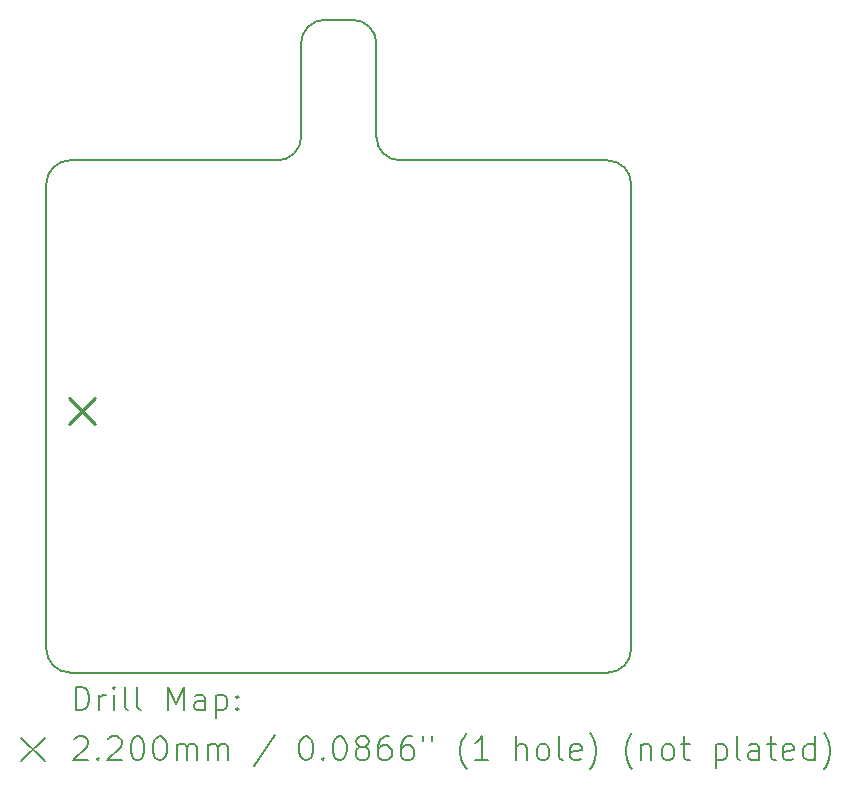
<source format=gbr>
%TF.GenerationSoftware,KiCad,Pcbnew,(6.0.9)*%
%TF.CreationDate,2022-11-21T10:54:18+01:00*%
%TF.ProjectId,IO Board,494f2042-6f61-4726-942e-6b696361645f,rev?*%
%TF.SameCoordinates,Original*%
%TF.FileFunction,Drillmap*%
%TF.FilePolarity,Positive*%
%FSLAX45Y45*%
G04 Gerber Fmt 4.5, Leading zero omitted, Abs format (unit mm)*
G04 Created by KiCad (PCBNEW (6.0.9)) date 2022-11-21 10:54:18*
%MOMM*%
%LPD*%
G01*
G04 APERTURE LIST*
%ADD10C,0.200000*%
%ADD11C,0.220000*%
G04 APERTURE END LIST*
D10*
X24040110Y-7011620D02*
G75*
G03*
X23840112Y-6811620I-200000J0D01*
G01*
X19287787Y-6811617D02*
G75*
G03*
X19087787Y-7011620I3J-200003D01*
G01*
X21882760Y-6611620D02*
X21882760Y-5821620D01*
X21882760Y-6611620D02*
G75*
G03*
X22082760Y-6811620I200000J0D01*
G01*
X19287787Y-11148042D02*
X23840112Y-11148042D01*
X21045139Y-6811619D02*
G75*
G03*
X21245139Y-6611620I1J199999D01*
G01*
X24040112Y-10948042D02*
X24040112Y-7011620D01*
X21045139Y-6811620D02*
X19287787Y-6811620D01*
X19087788Y-10948042D02*
G75*
G03*
X19287787Y-11148042I200002J2D01*
G01*
X19087787Y-7011620D02*
X19087787Y-10948042D01*
X23840112Y-6811620D02*
X22082760Y-6811620D01*
X21882760Y-5821620D02*
G75*
G03*
X21682760Y-5621620I-200000J0D01*
G01*
X21682760Y-5621620D02*
X21445139Y-5621620D01*
X21445139Y-5621619D02*
G75*
G03*
X21245139Y-5821620I1J-200001D01*
G01*
X21245139Y-5821620D02*
X21245139Y-6611620D01*
X23840112Y-11148042D02*
G75*
G03*
X24040112Y-10948042I-2J200002D01*
G01*
D11*
X19282237Y-8819803D02*
X19502237Y-9039803D01*
X19502237Y-8819803D02*
X19282237Y-9039803D01*
D10*
X19335406Y-11468518D02*
X19335406Y-11268518D01*
X19383025Y-11268518D01*
X19411597Y-11278042D01*
X19430644Y-11297089D01*
X19440168Y-11316137D01*
X19449692Y-11354232D01*
X19449692Y-11382804D01*
X19440168Y-11420899D01*
X19430644Y-11439946D01*
X19411597Y-11458994D01*
X19383025Y-11468518D01*
X19335406Y-11468518D01*
X19535406Y-11468518D02*
X19535406Y-11335184D01*
X19535406Y-11373280D02*
X19544930Y-11354232D01*
X19554454Y-11344708D01*
X19573501Y-11335184D01*
X19592549Y-11335184D01*
X19659216Y-11468518D02*
X19659216Y-11335184D01*
X19659216Y-11268518D02*
X19649692Y-11278042D01*
X19659216Y-11287565D01*
X19668739Y-11278042D01*
X19659216Y-11268518D01*
X19659216Y-11287565D01*
X19783025Y-11468518D02*
X19763977Y-11458994D01*
X19754454Y-11439946D01*
X19754454Y-11268518D01*
X19887787Y-11468518D02*
X19868739Y-11458994D01*
X19859216Y-11439946D01*
X19859216Y-11268518D01*
X20116358Y-11468518D02*
X20116358Y-11268518D01*
X20183025Y-11411375D01*
X20249692Y-11268518D01*
X20249692Y-11468518D01*
X20430644Y-11468518D02*
X20430644Y-11363756D01*
X20421120Y-11344708D01*
X20402073Y-11335184D01*
X20363977Y-11335184D01*
X20344930Y-11344708D01*
X20430644Y-11458994D02*
X20411597Y-11468518D01*
X20363977Y-11468518D01*
X20344930Y-11458994D01*
X20335406Y-11439946D01*
X20335406Y-11420899D01*
X20344930Y-11401851D01*
X20363977Y-11392327D01*
X20411597Y-11392327D01*
X20430644Y-11382804D01*
X20525882Y-11335184D02*
X20525882Y-11535184D01*
X20525882Y-11344708D02*
X20544930Y-11335184D01*
X20583025Y-11335184D01*
X20602073Y-11344708D01*
X20611597Y-11354232D01*
X20621120Y-11373280D01*
X20621120Y-11430423D01*
X20611597Y-11449470D01*
X20602073Y-11458994D01*
X20583025Y-11468518D01*
X20544930Y-11468518D01*
X20525882Y-11458994D01*
X20706835Y-11449470D02*
X20716358Y-11458994D01*
X20706835Y-11468518D01*
X20697311Y-11458994D01*
X20706835Y-11449470D01*
X20706835Y-11468518D01*
X20706835Y-11344708D02*
X20716358Y-11354232D01*
X20706835Y-11363756D01*
X20697311Y-11354232D01*
X20706835Y-11344708D01*
X20706835Y-11363756D01*
X18877787Y-11698042D02*
X19077787Y-11898042D01*
X19077787Y-11698042D02*
X18877787Y-11898042D01*
X19325882Y-11707565D02*
X19335406Y-11698042D01*
X19354454Y-11688518D01*
X19402073Y-11688518D01*
X19421120Y-11698042D01*
X19430644Y-11707565D01*
X19440168Y-11726613D01*
X19440168Y-11745661D01*
X19430644Y-11774232D01*
X19316358Y-11888518D01*
X19440168Y-11888518D01*
X19525882Y-11869470D02*
X19535406Y-11878994D01*
X19525882Y-11888518D01*
X19516358Y-11878994D01*
X19525882Y-11869470D01*
X19525882Y-11888518D01*
X19611597Y-11707565D02*
X19621120Y-11698042D01*
X19640168Y-11688518D01*
X19687787Y-11688518D01*
X19706835Y-11698042D01*
X19716358Y-11707565D01*
X19725882Y-11726613D01*
X19725882Y-11745661D01*
X19716358Y-11774232D01*
X19602073Y-11888518D01*
X19725882Y-11888518D01*
X19849692Y-11688518D02*
X19868739Y-11688518D01*
X19887787Y-11698042D01*
X19897311Y-11707565D01*
X19906835Y-11726613D01*
X19916358Y-11764708D01*
X19916358Y-11812327D01*
X19906835Y-11850423D01*
X19897311Y-11869470D01*
X19887787Y-11878994D01*
X19868739Y-11888518D01*
X19849692Y-11888518D01*
X19830644Y-11878994D01*
X19821120Y-11869470D01*
X19811597Y-11850423D01*
X19802073Y-11812327D01*
X19802073Y-11764708D01*
X19811597Y-11726613D01*
X19821120Y-11707565D01*
X19830644Y-11698042D01*
X19849692Y-11688518D01*
X20040168Y-11688518D02*
X20059216Y-11688518D01*
X20078263Y-11698042D01*
X20087787Y-11707565D01*
X20097311Y-11726613D01*
X20106835Y-11764708D01*
X20106835Y-11812327D01*
X20097311Y-11850423D01*
X20087787Y-11869470D01*
X20078263Y-11878994D01*
X20059216Y-11888518D01*
X20040168Y-11888518D01*
X20021120Y-11878994D01*
X20011597Y-11869470D01*
X20002073Y-11850423D01*
X19992549Y-11812327D01*
X19992549Y-11764708D01*
X20002073Y-11726613D01*
X20011597Y-11707565D01*
X20021120Y-11698042D01*
X20040168Y-11688518D01*
X20192549Y-11888518D02*
X20192549Y-11755184D01*
X20192549Y-11774232D02*
X20202073Y-11764708D01*
X20221120Y-11755184D01*
X20249692Y-11755184D01*
X20268739Y-11764708D01*
X20278263Y-11783756D01*
X20278263Y-11888518D01*
X20278263Y-11783756D02*
X20287787Y-11764708D01*
X20306835Y-11755184D01*
X20335406Y-11755184D01*
X20354454Y-11764708D01*
X20363977Y-11783756D01*
X20363977Y-11888518D01*
X20459216Y-11888518D02*
X20459216Y-11755184D01*
X20459216Y-11774232D02*
X20468739Y-11764708D01*
X20487787Y-11755184D01*
X20516358Y-11755184D01*
X20535406Y-11764708D01*
X20544930Y-11783756D01*
X20544930Y-11888518D01*
X20544930Y-11783756D02*
X20554454Y-11764708D01*
X20573501Y-11755184D01*
X20602073Y-11755184D01*
X20621120Y-11764708D01*
X20630644Y-11783756D01*
X20630644Y-11888518D01*
X21021120Y-11678994D02*
X20849692Y-11936137D01*
X21278263Y-11688518D02*
X21297311Y-11688518D01*
X21316358Y-11698042D01*
X21325882Y-11707565D01*
X21335406Y-11726613D01*
X21344930Y-11764708D01*
X21344930Y-11812327D01*
X21335406Y-11850423D01*
X21325882Y-11869470D01*
X21316358Y-11878994D01*
X21297311Y-11888518D01*
X21278263Y-11888518D01*
X21259216Y-11878994D01*
X21249692Y-11869470D01*
X21240168Y-11850423D01*
X21230644Y-11812327D01*
X21230644Y-11764708D01*
X21240168Y-11726613D01*
X21249692Y-11707565D01*
X21259216Y-11698042D01*
X21278263Y-11688518D01*
X21430644Y-11869470D02*
X21440168Y-11878994D01*
X21430644Y-11888518D01*
X21421120Y-11878994D01*
X21430644Y-11869470D01*
X21430644Y-11888518D01*
X21563977Y-11688518D02*
X21583025Y-11688518D01*
X21602073Y-11698042D01*
X21611597Y-11707565D01*
X21621120Y-11726613D01*
X21630644Y-11764708D01*
X21630644Y-11812327D01*
X21621120Y-11850423D01*
X21611597Y-11869470D01*
X21602073Y-11878994D01*
X21583025Y-11888518D01*
X21563977Y-11888518D01*
X21544930Y-11878994D01*
X21535406Y-11869470D01*
X21525882Y-11850423D01*
X21516358Y-11812327D01*
X21516358Y-11764708D01*
X21525882Y-11726613D01*
X21535406Y-11707565D01*
X21544930Y-11698042D01*
X21563977Y-11688518D01*
X21744930Y-11774232D02*
X21725882Y-11764708D01*
X21716358Y-11755184D01*
X21706835Y-11736137D01*
X21706835Y-11726613D01*
X21716358Y-11707565D01*
X21725882Y-11698042D01*
X21744930Y-11688518D01*
X21783025Y-11688518D01*
X21802073Y-11698042D01*
X21811597Y-11707565D01*
X21821120Y-11726613D01*
X21821120Y-11736137D01*
X21811597Y-11755184D01*
X21802073Y-11764708D01*
X21783025Y-11774232D01*
X21744930Y-11774232D01*
X21725882Y-11783756D01*
X21716358Y-11793280D01*
X21706835Y-11812327D01*
X21706835Y-11850423D01*
X21716358Y-11869470D01*
X21725882Y-11878994D01*
X21744930Y-11888518D01*
X21783025Y-11888518D01*
X21802073Y-11878994D01*
X21811597Y-11869470D01*
X21821120Y-11850423D01*
X21821120Y-11812327D01*
X21811597Y-11793280D01*
X21802073Y-11783756D01*
X21783025Y-11774232D01*
X21992549Y-11688518D02*
X21954454Y-11688518D01*
X21935406Y-11698042D01*
X21925882Y-11707565D01*
X21906835Y-11736137D01*
X21897311Y-11774232D01*
X21897311Y-11850423D01*
X21906835Y-11869470D01*
X21916358Y-11878994D01*
X21935406Y-11888518D01*
X21973501Y-11888518D01*
X21992549Y-11878994D01*
X22002073Y-11869470D01*
X22011597Y-11850423D01*
X22011597Y-11802804D01*
X22002073Y-11783756D01*
X21992549Y-11774232D01*
X21973501Y-11764708D01*
X21935406Y-11764708D01*
X21916358Y-11774232D01*
X21906835Y-11783756D01*
X21897311Y-11802804D01*
X22183025Y-11688518D02*
X22144930Y-11688518D01*
X22125882Y-11698042D01*
X22116358Y-11707565D01*
X22097311Y-11736137D01*
X22087787Y-11774232D01*
X22087787Y-11850423D01*
X22097311Y-11869470D01*
X22106835Y-11878994D01*
X22125882Y-11888518D01*
X22163977Y-11888518D01*
X22183025Y-11878994D01*
X22192549Y-11869470D01*
X22202073Y-11850423D01*
X22202073Y-11802804D01*
X22192549Y-11783756D01*
X22183025Y-11774232D01*
X22163977Y-11764708D01*
X22125882Y-11764708D01*
X22106835Y-11774232D01*
X22097311Y-11783756D01*
X22087787Y-11802804D01*
X22278263Y-11688518D02*
X22278263Y-11726613D01*
X22354454Y-11688518D02*
X22354454Y-11726613D01*
X22649692Y-11964708D02*
X22640168Y-11955184D01*
X22621120Y-11926613D01*
X22611596Y-11907565D01*
X22602073Y-11878994D01*
X22592549Y-11831375D01*
X22592549Y-11793280D01*
X22602073Y-11745661D01*
X22611596Y-11717089D01*
X22621120Y-11698042D01*
X22640168Y-11669470D01*
X22649692Y-11659946D01*
X22830644Y-11888518D02*
X22716358Y-11888518D01*
X22773501Y-11888518D02*
X22773501Y-11688518D01*
X22754454Y-11717089D01*
X22735406Y-11736137D01*
X22716358Y-11745661D01*
X23068739Y-11888518D02*
X23068739Y-11688518D01*
X23154454Y-11888518D02*
X23154454Y-11783756D01*
X23144930Y-11764708D01*
X23125882Y-11755184D01*
X23097311Y-11755184D01*
X23078263Y-11764708D01*
X23068739Y-11774232D01*
X23278263Y-11888518D02*
X23259215Y-11878994D01*
X23249692Y-11869470D01*
X23240168Y-11850423D01*
X23240168Y-11793280D01*
X23249692Y-11774232D01*
X23259215Y-11764708D01*
X23278263Y-11755184D01*
X23306835Y-11755184D01*
X23325882Y-11764708D01*
X23335406Y-11774232D01*
X23344930Y-11793280D01*
X23344930Y-11850423D01*
X23335406Y-11869470D01*
X23325882Y-11878994D01*
X23306835Y-11888518D01*
X23278263Y-11888518D01*
X23459215Y-11888518D02*
X23440168Y-11878994D01*
X23430644Y-11859946D01*
X23430644Y-11688518D01*
X23611596Y-11878994D02*
X23592549Y-11888518D01*
X23554454Y-11888518D01*
X23535406Y-11878994D01*
X23525882Y-11859946D01*
X23525882Y-11783756D01*
X23535406Y-11764708D01*
X23554454Y-11755184D01*
X23592549Y-11755184D01*
X23611596Y-11764708D01*
X23621120Y-11783756D01*
X23621120Y-11802804D01*
X23525882Y-11821851D01*
X23687787Y-11964708D02*
X23697311Y-11955184D01*
X23716358Y-11926613D01*
X23725882Y-11907565D01*
X23735406Y-11878994D01*
X23744930Y-11831375D01*
X23744930Y-11793280D01*
X23735406Y-11745661D01*
X23725882Y-11717089D01*
X23716358Y-11698042D01*
X23697311Y-11669470D01*
X23687787Y-11659946D01*
X24049692Y-11964708D02*
X24040168Y-11955184D01*
X24021120Y-11926613D01*
X24011596Y-11907565D01*
X24002073Y-11878994D01*
X23992549Y-11831375D01*
X23992549Y-11793280D01*
X24002073Y-11745661D01*
X24011596Y-11717089D01*
X24021120Y-11698042D01*
X24040168Y-11669470D01*
X24049692Y-11659946D01*
X24125882Y-11755184D02*
X24125882Y-11888518D01*
X24125882Y-11774232D02*
X24135406Y-11764708D01*
X24154454Y-11755184D01*
X24183025Y-11755184D01*
X24202073Y-11764708D01*
X24211596Y-11783756D01*
X24211596Y-11888518D01*
X24335406Y-11888518D02*
X24316358Y-11878994D01*
X24306835Y-11869470D01*
X24297311Y-11850423D01*
X24297311Y-11793280D01*
X24306835Y-11774232D01*
X24316358Y-11764708D01*
X24335406Y-11755184D01*
X24363977Y-11755184D01*
X24383025Y-11764708D01*
X24392549Y-11774232D01*
X24402073Y-11793280D01*
X24402073Y-11850423D01*
X24392549Y-11869470D01*
X24383025Y-11878994D01*
X24363977Y-11888518D01*
X24335406Y-11888518D01*
X24459215Y-11755184D02*
X24535406Y-11755184D01*
X24487787Y-11688518D02*
X24487787Y-11859946D01*
X24497311Y-11878994D01*
X24516358Y-11888518D01*
X24535406Y-11888518D01*
X24754454Y-11755184D02*
X24754454Y-11955184D01*
X24754454Y-11764708D02*
X24773501Y-11755184D01*
X24811596Y-11755184D01*
X24830644Y-11764708D01*
X24840168Y-11774232D01*
X24849692Y-11793280D01*
X24849692Y-11850423D01*
X24840168Y-11869470D01*
X24830644Y-11878994D01*
X24811596Y-11888518D01*
X24773501Y-11888518D01*
X24754454Y-11878994D01*
X24963977Y-11888518D02*
X24944930Y-11878994D01*
X24935406Y-11859946D01*
X24935406Y-11688518D01*
X25125882Y-11888518D02*
X25125882Y-11783756D01*
X25116358Y-11764708D01*
X25097311Y-11755184D01*
X25059215Y-11755184D01*
X25040168Y-11764708D01*
X25125882Y-11878994D02*
X25106835Y-11888518D01*
X25059215Y-11888518D01*
X25040168Y-11878994D01*
X25030644Y-11859946D01*
X25030644Y-11840899D01*
X25040168Y-11821851D01*
X25059215Y-11812327D01*
X25106835Y-11812327D01*
X25125882Y-11802804D01*
X25192549Y-11755184D02*
X25268739Y-11755184D01*
X25221120Y-11688518D02*
X25221120Y-11859946D01*
X25230644Y-11878994D01*
X25249692Y-11888518D01*
X25268739Y-11888518D01*
X25411596Y-11878994D02*
X25392549Y-11888518D01*
X25354454Y-11888518D01*
X25335406Y-11878994D01*
X25325882Y-11859946D01*
X25325882Y-11783756D01*
X25335406Y-11764708D01*
X25354454Y-11755184D01*
X25392549Y-11755184D01*
X25411596Y-11764708D01*
X25421120Y-11783756D01*
X25421120Y-11802804D01*
X25325882Y-11821851D01*
X25592549Y-11888518D02*
X25592549Y-11688518D01*
X25592549Y-11878994D02*
X25573501Y-11888518D01*
X25535406Y-11888518D01*
X25516358Y-11878994D01*
X25506835Y-11869470D01*
X25497311Y-11850423D01*
X25497311Y-11793280D01*
X25506835Y-11774232D01*
X25516358Y-11764708D01*
X25535406Y-11755184D01*
X25573501Y-11755184D01*
X25592549Y-11764708D01*
X25668739Y-11964708D02*
X25678263Y-11955184D01*
X25697311Y-11926613D01*
X25706835Y-11907565D01*
X25716358Y-11878994D01*
X25725882Y-11831375D01*
X25725882Y-11793280D01*
X25716358Y-11745661D01*
X25706835Y-11717089D01*
X25697311Y-11698042D01*
X25678263Y-11669470D01*
X25668739Y-11659946D01*
M02*

</source>
